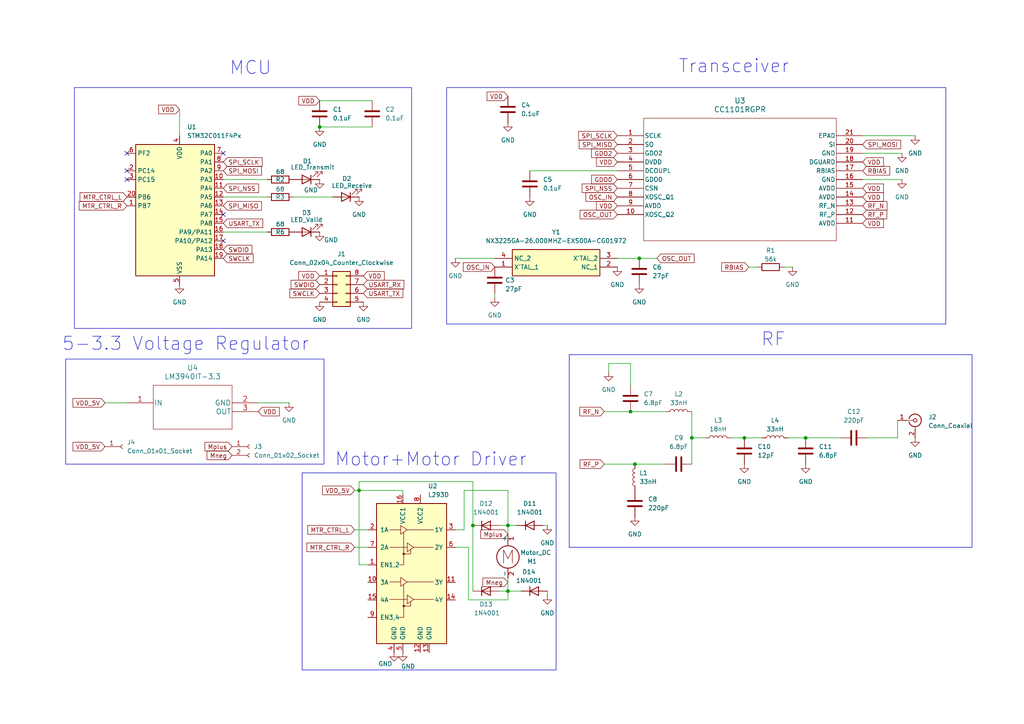
<source format=kicad_sch>
(kicad_sch (version 20231120) (generator "eeschema") (generator_version "8.0")
  (paper "A4")
  (lib_symbols
    (symbol "CC1101:CC1101RGPR" (pin_names (offset 0.254))
      (property "Reference" "U" (at 35.56 10.16 0))
      (property "Value" "CC1101RGPR" (at 35.56 7.62 0))
      (symbol "CC1101RGPR_0_1"
        (polyline (pts (xy 7.62 -30.48) (xy 63.5 -30.48)) (stroke (width 0.127)))
        (polyline (pts (xy 7.62 5.08) (xy 7.62 -30.48)) (stroke (width 0.127)))
        (polyline (pts (xy 63.5 -30.48) (xy 63.5 5.08)) (stroke (width 0.127)))
        (polyline (pts (xy 63.5 5.08) (xy 7.62 5.08)) (stroke (width 0.127)))
        (pin unspecified line (at 0 0 0) (length 7.62) (name "SCLK") (number "1"))
        (pin bidirectional line (at 0 -22.86 0) (length 7.62) (name "XOSC_Q2") (number "10"))
        (pin power_in line (at 71.12 -25.4 180) (length 7.62) (name "AVDD") (number "11"))
        (pin bidirectional line (at 71.12 -22.86 180) (length 7.62) (name "RF_P") (number "12"))
        (pin bidirectional line (at 71.12 -20.32 180) (length 7.62) (name "RF_N") (number "13"))
        (pin power_in line (at 71.12 -17.78 180) (length 7.62) (name "AVDD") (number "14"))
        (pin power_in line (at 71.12 -15.24 180) (length 7.62) (name "AVDD") (number "15"))
        (pin power_in line (at 71.12 -12.7 180) (length 7.62) (name "GND") (number "16"))
        (pin bidirectional line (at 71.12 -10.16 180) (length 7.62) (name "RBIAS") (number "17"))
        (pin power_in line (at 71.12 -7.62 180) (length 7.62) (name "DGUARD") (number "18"))
        (pin power_in line (at 71.12 -5.08 180) (length 7.62) (name "GND") (number "19"))
        (pin output line (at 0 -2.54 0) (length 7.62) (name "SO") (number "2"))
        (pin input line (at 71.12 -2.54 180) (length 7.62) (name "SI") (number "20"))
        (pin power_in line (at 71.12 0 180) (length 7.62) (name "EPAD") (number "21"))
        (pin output line (at 0 -5.08 0) (length 7.62) (name "GDO2") (number "3"))
        (pin power_in line (at 0 -7.62 0) (length 7.62) (name "DVDD") (number "4"))
        (pin power_in line (at 0 -10.16 0) (length 7.62) (name "DCOUPL") (number "5"))
        (pin bidirectional line (at 0 -12.7 0) (length 7.62) (name "GDO0") (number "6"))
        (pin input line (at 0 -15.24 0) (length 7.62) (name "CSN") (number "7"))
        (pin bidirectional line (at 0 -17.78 0) (length 7.62) (name "XOSC_Q1") (number "8"))
        (pin power_in line (at 0 -20.32 0) (length 7.62) (name "AVDD") (number "9"))
      )
    )
    (symbol "Connector:Conn_01x01_Socket" (pin_names (offset 1.016) hide)
      (property "Reference" "J" (at 0 2.54 0))
      (property "Value" "Conn_01x01_Socket" (at 0 -2.54 0))
      (symbol "Conn_01x01_Socket_1_1"
        (polyline (pts (xy -1.27 0) (xy -0.508 0)) (stroke (width 0.1524)))
        (arc (start 0 0.508) (mid -0.5058 0) (end 0 -0.508) (stroke (width 0.1524)))
        (pin passive line (at -5.08 0 0) (length 3.81) (name "Pin_1") (number "1"))
      )
    )
    (symbol "Connector:Conn_01x02_Socket" (pin_names (offset 1.016) hide)
      (property "Reference" "J" (at 0 2.54 0))
      (property "Value" "Conn_01x02_Socket" (at 0 -5.08 0))
      (symbol "Conn_01x02_Socket_1_1"
        (arc (start 0 -2.032) (mid -0.5058 -2.54) (end 0 -3.048) (stroke (width 0.1524)))
        (polyline (pts (xy -1.27 -2.54) (xy -0.508 -2.54)) (stroke (width 0.1524)))
        (polyline (pts (xy -1.27 0) (xy -0.508 0)) (stroke (width 0.1524)))
        (arc (start 0 0.508) (mid -0.5058 0) (end 0 -0.508) (stroke (width 0.1524)))
        (pin passive line (at -5.08 0 0) (length 3.81) (name "Pin_1") (number "1"))
        (pin passive line (at -5.08 -2.54 0) (length 3.81) (name "Pin_2") (number "2"))
      )
    )
    (symbol "Connector:Conn_Coaxial" (pin_names (offset 1.016) hide)
      (property "Reference" "J" (at 0.254 3.048 0))
      (property "Value" "Conn_Coaxial" (at 2.921 0 90))
      (symbol "Conn_Coaxial_0_1"
        (arc (start -1.778 -0.508) (mid 0.2311 -1.8066) (end 1.778 0) (stroke (width 0.254)))
        (polyline (pts (xy -2.54 0) (xy -0.508 0)))
        (polyline (pts (xy 0 -2.54) (xy 0 -1.778)))
        (circle (center 0 0) (radius 0.508) (stroke (width 0.2032)))
        (arc (start 1.778 0) (mid 0.2099 1.8101) (end -1.778 0.508) (stroke (width 0.254)))
      )
      (symbol "Conn_Coaxial_1_1"
        (pin passive line (at -5.08 0 0) (length 2.54) (name "In") (number "1"))
        (pin passive line (at 0 -5.08 90) (length 2.54) (name "Ext") (number "2"))
      )
    )
    (symbol "Connector_Generic:Conn_02x04_Counter_Clockwise" (pin_names (offset 1.016) hide)
      (property "Reference" "J" (at 1.27 5.08 0))
      (property "Value" "Conn_02x04_Counter_Clockwise" (at 1.27 -7.62 0))
      (symbol "Conn_02x04_Counter_Clockwise_1_1"
        (rectangle (start -1.27 -4.953) (end 0 -5.207) (stroke (width 0.1524)))
        (rectangle (start -1.27 -2.413) (end 0 -2.667) (stroke (width 0.1524)))
        (rectangle (start -1.27 0.127) (end 0 -0.127) (stroke (width 0.1524)))
        (rectangle (start -1.27 2.667) (end 0 2.413) (stroke (width 0.1524)))
        (rectangle (start -1.27 3.81) (end 3.81 -6.35) (stroke (width 0.254)) (fill (type background)))
        (rectangle (start 3.81 -4.953) (end 2.54 -5.207) (stroke (width 0.1524)))
        (rectangle (start 3.81 -2.413) (end 2.54 -2.667) (stroke (width 0.1524)))
        (rectangle (start 3.81 0.127) (end 2.54 -0.127) (stroke (width 0.1524)))
        (rectangle (start 3.81 2.667) (end 2.54 2.413) (stroke (width 0.1524)))
        (pin passive line (at -5.08 2.54 0) (length 3.81) (name "Pin_1") (number "1"))
        (pin passive line (at -5.08 0 0) (length 3.81) (name "Pin_2") (number "2"))
        (pin passive line (at -5.08 -2.54 0) (length 3.81) (name "Pin_3") (number "3"))
        (pin passive line (at -5.08 -5.08 0) (length 3.81) (name "Pin_4") (number "4"))
        (pin passive line (at 7.62 -5.08 180) (length 3.81) (name "Pin_5") (number "5"))
        (pin passive line (at 7.62 -2.54 180) (length 3.81) (name "Pin_6") (number "6"))
        (pin passive line (at 7.62 0 180) (length 3.81) (name "Pin_7") (number "7"))
        (pin passive line (at 7.62 2.54 180) (length 3.81) (name "Pin_8") (number "8"))
      )
    )
    (symbol "Device:C" (pin_numbers hide) (pin_names (offset 0.254))
      (property "Reference" "C" (at 0.635 2.54 0))
      (property "Value" "C" (at 0.635 -2.54 0))
      (symbol "C_0_1"
        (polyline (pts (xy -2.032 -0.762) (xy 2.032 -0.762)) (stroke (width 0.508)))
        (polyline (pts (xy -2.032 0.762) (xy 2.032 0.762)) (stroke (width 0.508)))
      )
      (symbol "C_1_1"
        (pin passive line (at 0 3.81 270) (length 2.794) (name "~") (number "1"))
        (pin passive line (at 0 -3.81 90) (length 2.794) (name "~") (number "2"))
      )
    )
    (symbol "Device:L" (pin_numbers hide) (pin_names (offset 1.016) hide)
      (property "Reference" "L" (at -1.27 0 90))
      (property "Value" "L" (at 1.905 0 90))
      (symbol "L_0_1"
        (arc (start 0 -2.54) (mid 0.6323 -1.905) (end 0 -1.27))
        (arc (start 0 -1.27) (mid 0.6323 -0.635) (end 0 0))
        (arc (start 0 0) (mid 0.6323 0.635) (end 0 1.27))
        (arc (start 0 1.27) (mid 0.6323 1.905) (end 0 2.54))
      )
      (symbol "L_1_1"
        (pin passive line (at 0 3.81 270) (length 1.27) (name "1") (number "1"))
        (pin passive line (at 0 -3.81 90) (length 1.27) (name "2") (number "2"))
      )
    )
    (symbol "Device:LED" (pin_numbers hide) (pin_names (offset 1.016) hide)
      (property "Reference" "D" (at 0 2.54 0))
      (property "Value" "LED" (at 0 -2.54 0))
      (symbol "LED_0_1"
        (polyline (pts (xy -1.27 -1.27) (xy -1.27 1.27)) (stroke (width 0.254)))
        (polyline (pts (xy -1.27 0) (xy 1.27 0)))
        (polyline (pts (xy 1.27 -1.27) (xy 1.27 1.27) (xy -1.27 0) (xy 1.27 -1.27)) (stroke (width 0.254)))
        (polyline (pts (xy -3.048 -0.762) (xy -4.572 -2.286) (xy -3.81 -2.286) (xy -4.572 -2.286) (xy -4.572 -1.524)))
        (polyline (pts (xy -1.778 -0.762) (xy -3.302 -2.286) (xy -2.54 -2.286) (xy -3.302 -2.286) (xy -3.302 -1.524)))
      )
      (symbol "LED_1_1"
        (pin passive line (at -3.81 0 0) (length 2.54) (name "K") (number "1"))
        (pin passive line (at 3.81 0 180) (length 2.54) (name "A") (number "2"))
      )
    )
    (symbol "Device:R" (pin_numbers hide) (pin_names (offset 0))
      (property "Reference" "R" (at 2.032 0 90))
      (property "Value" "R" (at 0 0 90))
      (symbol "R_0_1"
        (rectangle (start -1.016 -2.54) (end 1.016 2.54) (stroke (width 0.254)))
      )
      (symbol "R_1_1"
        (pin passive line (at 0 3.81 270) (length 1.27) (name "~") (number "1"))
        (pin passive line (at 0 -3.81 90) (length 1.27) (name "~") (number "2"))
      )
    )
    (symbol "Diode:1N4001" (pin_numbers hide) (pin_names hide)
      (property "Reference" "D" (at 0 2.54 0))
      (property "Value" "1N4001" (at 0 -2.54 0))
      (symbol "1N4001_0_1"
        (polyline (pts (xy -1.27 1.27) (xy -1.27 -1.27)) (stroke (width 0.254)))
        (polyline (pts (xy 1.27 0) (xy -1.27 0)))
        (polyline (pts (xy 1.27 1.27) (xy 1.27 -1.27) (xy -1.27 0) (xy 1.27 1.27)) (stroke (width 0.254)))
      )
      (symbol "1N4001_1_1"
        (pin passive line (at -3.81 0 0) (length 2.54) (name "K") (number "1"))
        (pin passive line (at 3.81 0 180) (length 2.54) (name "A") (number "2"))
      )
    )
    (symbol "Driver_Motor:L293D" (pin_names (offset 1.016))
      (property "Reference" "U" (at -5.08 26.035 0))
      (property "Value" "L293D" (at -5.08 24.13 0))
      (symbol "L293D_0_1"
        (rectangle (start -10.16 22.86) (end 10.16 -17.78) (stroke (width 0.254)) (fill (type background)))
        (circle (center -2.286 -6.858) (radius 0.254) (fill (type outline)))
        (circle (center -2.286 8.255) (radius 0.254) (fill (type outline)))
        (polyline (pts (xy -6.35 -4.953) (xy -1.27 -4.953)))
        (polyline (pts (xy -6.35 0.127) (xy -3.175 0.127)))
        (polyline (pts (xy -6.35 10.16) (xy -1.27 10.16)))
        (polyline (pts (xy -6.35 15.24) (xy -3.175 15.24)))
        (polyline (pts (xy -1.27 0.127) (xy 6.35 0.127)))
        (polyline (pts (xy -1.27 15.24) (xy 6.35 15.24)))
        (polyline (pts (xy 0.635 -4.953) (xy 6.35 -4.953)))
        (polyline (pts (xy 0.635 10.16) (xy 6.35 10.16)))
        (polyline (pts (xy -2.286 -6.858) (xy -0.254 -6.858) (xy -0.254 -5.588)))
        (polyline (pts (xy -2.286 -0.635) (xy -2.286 -10.16) (xy -3.556 -10.16)))
        (polyline (pts (xy -2.286 8.255) (xy -0.254 8.255) (xy -0.254 9.525)))
        (polyline (pts (xy -2.286 14.478) (xy -2.286 5.08) (xy -3.556 5.08)))
        (polyline (pts (xy -3.175 1.397) (xy -3.175 -1.143) (xy -1.27 0.127) (xy -3.175 1.397)))
        (polyline (pts (xy -3.175 16.51) (xy -3.175 13.97) (xy -1.27 15.24) (xy -3.175 16.51)))
        (polyline (pts (xy -1.27 -3.683) (xy -1.27 -6.223) (xy 0.635 -4.953) (xy -1.27 -3.683)))
        (polyline (pts (xy -1.27 11.43) (xy -1.27 8.89) (xy 0.635 10.16) (xy -1.27 11.43)))
      )
      (symbol "L293D_1_1"
        (pin input line (at -12.7 5.08 0) (length 2.54) (name "EN1,2") (number "1"))
        (pin input line (at -12.7 0 0) (length 2.54) (name "3A") (number "10"))
        (pin output line (at 12.7 0 180) (length 2.54) (name "3Y") (number "11"))
        (pin power_in line (at 2.54 -20.32 90) (length 2.54) (name "GND") (number "12"))
        (pin power_in line (at 5.08 -20.32 90) (length 2.54) (name "GND") (number "13"))
        (pin output line (at 12.7 -5.08 180) (length 2.54) (name "4Y") (number "14"))
        (pin input line (at -12.7 -5.08 0) (length 2.54) (name "4A") (number "15"))
        (pin power_in line (at -2.54 25.4 270) (length 2.54) (name "VCC1") (number "16"))
        (pin input line (at -12.7 15.24 0) (length 2.54) (name "1A") (number "2"))
        (pin output line (at 12.7 15.24 180) (length 2.54) (name "1Y") (number "3"))
        (pin power_in line (at -5.08 -20.32 90) (length 2.54) (name "GND") (number "4"))
        (pin power_in line (at -2.54 -20.32 90) (length 2.54) (name "GND") (number "5"))
        (pin output line (at 12.7 10.16 180) (length 2.54) (name "2Y") (number "6"))
        (pin input line (at -12.7 10.16 0) (length 2.54) (name "2A") (number "7"))
        (pin power_in line (at 2.54 25.4 270) (length 2.54) (name "VCC2") (number "8"))
        (pin input line (at -12.7 -10.16 0) (length 2.54) (name "EN3,4") (number "9"))
      )
    )
    (symbol "LM3940:LM3940IT-3.3" (pin_names (offset 0.254))
      (property "Reference" "U" (at 19.05 10.16 0))
      (property "Value" "LM3940IT-3.3" (at 19.05 7.62 0))
      (symbol "LM3940IT-3.3_1_1"
        (polyline (pts (xy 7.62 -7.62) (xy 30.48 -7.62)) (stroke (width 0.127)))
        (polyline (pts (xy 7.62 5.08) (xy 7.62 -7.62)) (stroke (width 0.127)))
        (polyline (pts (xy 30.48 -7.62) (xy 30.48 5.08)) (stroke (width 0.127)))
        (polyline (pts (xy 30.48 5.08) (xy 7.62 5.08)) (stroke (width 0.127)))
        (pin input line (at 0 0 0) (length 7.62) (name "IN") (number "1"))
        (pin passive line (at 38.1 0 180) (length 7.62) (name "GND") (number "2"))
        (pin output line (at 38.1 -2.54 180) (length 7.62) (name "OUT") (number "3"))
      )
    )
    (symbol "MCU_ST_STM32C0:STM32C011F4Px"
      (property "Reference" "U" (at -10.16 21.59 0))
      (property "Value" "STM32C011F4Px" (at 5.08 21.59 0))
      (symbol "STM32C011F4Px_0_1"
        (rectangle (start -10.16 -17.78) (end 12.7 20.32) (stroke (width 0.254)) (fill (type background)))
      )
      (symbol "STM32C011F4Px_1_1"
        (pin bidirectional line (at -12.7 2.54 0) (length 2.54) (name "PB7") (number "1"))
        (pin bidirectional line (at 15.24 10.16 180) (length 2.54) (name "PA3") (number "10"))
        (pin bidirectional line (at 15.24 7.62 180) (length 2.54) (name "PA4") (number "11"))
        (pin bidirectional line (at 15.24 5.08 180) (length 2.54) (name "PA5") (number "12"))
        (pin bidirectional line (at 15.24 2.54 180) (length 2.54) (name "PA6") (number "13"))
        (pin bidirectional line (at 15.24 0 180) (length 2.54) (name "PA7") (number "14"))
        (pin bidirectional line (at 15.24 -2.54 180) (length 2.54) (name "PA8") (number "15"))
        (pin bidirectional line (at 15.24 -5.08 180) (length 2.54) (name "PA9/PA11") (number "16"))
        (pin bidirectional line (at 15.24 -7.62 180) (length 2.54) (name "PA10/PA12") (number "17"))
        (pin bidirectional line (at 15.24 -10.16 180) (length 2.54) (name "PA13") (number "18"))
        (pin bidirectional line (at 15.24 -12.7 180) (length 2.54) (name "PA14") (number "19"))
        (pin bidirectional line (at -12.7 12.7 0) (length 2.54) (name "PC14") (number "2"))
        (pin bidirectional line (at -12.7 5.08 0) (length 2.54) (name "PB6") (number "20"))
        (pin bidirectional line (at -12.7 10.16 0) (length 2.54) (name "PC15") (number "3"))
        (pin power_in line (at 2.54 22.86 270) (length 2.54) (name "VDD") (number "4"))
        (pin power_in line (at 2.54 -20.32 90) (length 2.54) (name "VSS") (number "5"))
        (pin bidirectional line (at -12.7 17.78 0) (length 2.54) (name "PF2") (number "6"))
        (pin bidirectional line (at 15.24 17.78 180) (length 2.54) (name "PA0") (number "7"))
        (pin bidirectional line (at 15.24 15.24 180) (length 2.54) (name "PA1") (number "8"))
        (pin bidirectional line (at 15.24 12.7 180) (length 2.54) (name "PA2") (number "9"))
      )
    )
    (symbol "Motor:Motor_DC" (pin_names (offset 0))
      (property "Reference" "M" (at 2.54 2.54 0))
      (property "Value" "Motor_DC" (at 2.54 -5.08 0))
      (symbol "Motor_DC_0_0"
        (polyline (pts (xy -1.27 -3.302) (xy -1.27 0.508) (xy 0 -2.032) (xy 1.27 0.508) (xy 1.27 -3.302)))
      )
      (symbol "Motor_DC_0_1"
        (circle (center 0 -1.524) (radius 3.2512) (stroke (width 0.254)))
        (polyline (pts (xy 0 -7.62) (xy 0 -7.112)))
        (polyline (pts (xy 0 -4.7752) (xy 0 -5.1816)))
        (polyline (pts (xy 0 1.7272) (xy 0 2.0828)))
        (polyline (pts (xy 0 2.032) (xy 0 2.54)))
      )
      (symbol "Motor_DC_1_1"
        (pin passive line (at 0 5.08 270) (length 2.54) (name "+") (number "1"))
        (pin passive line (at 0 -7.62 90) (length 2.54) (name "-") (number "2"))
      )
    )
    (symbol "SamacSys_Parts:NX3225GA-26.000MHZ-EXS00A-CG01972"
      (property "Reference" "Y" (at 31.75 7.62 0))
      (property "Value" "NX3225GA-26.000MHZ-EXS00A-CG01972" (at 31.75 5.08 0))
      (symbol "NX3225GA-26.000MHZ-EXS00A-CG01972_1_1"
        (rectangle (start 5.08 2.54) (end 30.48 -5.08) (stroke (width 0.254)) (fill (type background)))
        (pin passive line (at 0 -2.54 0) (length 5.08) (name "X'TAL_1") (number "1"))
        (pin passive line (at 35.56 -2.54 180) (length 5.08) (name "NC_1") (number "2"))
        (pin passive line (at 35.56 0 180) (length 5.08) (name "X'TAL_2") (number "3"))
        (pin passive line (at 0 0 0) (length 5.08) (name "NC_2") (number "4"))
      )
    )
    (symbol "power:GND" (power) (pin_numbers hide) (pin_names (offset 0) hide)
      (property "Value" "GND" (at 0 -3.81 0))
      (symbol "GND_0_1"
        (polyline (pts (xy 0 0) (xy 0 -1.27) (xy 1.27 -1.27) (xy 0 -2.54) (xy -1.27 -1.27) (xy 0 -1.27)))
      )
      (symbol "GND_1_1"
        (pin power_in line (at 0 0 270) (length 0) (name "~") (number "1"))
      )
    )
  )
  (junction (at 104.14 142.24))
  (junction (at 137.16 152.4))
  (junction (at 200.66 127))
  (junction (at 184.15 134.62))
  (junction (at 147.32 152.4))
  (junction (at 215.9 127))
  (junction (at 92.71 36.83))
  (junction (at 147.32 171.45))
  (junction (at 185.42 74.93))
  (junction (at 233.68 127))
  (junction (at 182.88 119.38))
  (no_connect (at 64.77 62.23))
  (no_connect (at 64.77 44.45))
  (no_connect (at 36.83 44.45))
  (no_connect (at -63.5 196.85))
  (no_connect (at 36.83 52.07))
  (no_connect (at 36.83 49.53))
  (no_connect (at 64.77 69.85))
  (wire (pts (xy 104.14 163.83) (xy 106.68 163.83)))
  (wire (pts (xy 179.07 74.93) (xy 185.42 74.93)))
  (wire (pts (xy 227.33 77.47) (xy 229.87 77.47)))
  (wire (pts (xy 176.53 105.41) (xy 176.53 107.95)))
  (wire (pts (xy 137.16 152.4) (xy 137.16 171.45)))
  (wire (pts (xy 144.78 171.45) (xy 147.32 171.45)))
  (wire (pts (xy 64.77 57.15) (xy 77.47 57.15)))
  (wire (pts (xy 102.87 142.24) (xy 104.14 142.24)))
  (wire (pts (xy 144.78 152.4) (xy 147.32 152.4)))
  (wire (pts (xy 135.89 158.75) (xy 132.08 158.75)))
  (wire (pts (xy 143.51 85.09) (xy 143.51 86.36)))
  (wire (pts (xy 64.77 67.31) (xy 77.47 67.31)))
  (wire (pts (xy 215.9 127) (xy 220.98 127)))
  (wire (pts (xy 200.66 127) (xy 200.66 134.62)))
  (wire (pts (xy 175.26 134.62) (xy 184.15 134.62)))
  (wire (pts (xy 182.88 119.38) (xy 193.04 119.38)))
  (wire (pts (xy 147.32 167.64) (xy 147.32 171.45)))
  (wire (pts (xy 147.32 142.24) (xy 147.32 152.4)))
  (wire (pts (xy 175.26 119.38) (xy 182.88 119.38)))
  (wire (pts (xy 102.87 153.67) (xy 106.68 153.67)))
  (wire (pts (xy 250.19 44.45) (xy 261.62 44.45)))
  (wire (pts (xy 85.09 57.15) (xy 96.52 57.15)))
  (wire (pts (xy 200.66 127) (xy 204.47 127)))
  (wire (pts (xy 104.14 142.24) (xy 104.14 163.83)))
  (wire (pts (xy 52.07 31.75) (xy 52.07 39.37)))
  (wire (pts (xy 104.14 139.7) (xy 104.14 142.24)))
  (wire (pts (xy 184.15 134.62) (xy 193.04 134.62)))
  (wire (pts (xy 137.16 139.7) (xy 104.14 139.7)))
  (wire (pts (xy 212.09 127) (xy 215.9 127)))
  (wire (pts (xy 102.87 158.75) (xy 106.68 158.75)))
  (wire (pts (xy 147.32 171.45) (xy 151.13 171.45)))
  (wire (pts (xy 135.89 173.99) (xy 147.32 173.99)))
  (wire (pts (xy 64.77 52.07) (xy 77.47 52.07)))
  (wire (pts (xy 250.19 39.37) (xy 265.43 39.37)))
  (wire (pts (xy 147.32 152.4) (xy 147.32 154.94)))
  (wire (pts (xy 116.84 143.51) (xy 116.84 142.24)))
  (wire (pts (xy 74.93 116.84) (xy 83.82 116.84)))
  (wire (pts (xy 92.71 36.83) (xy 107.95 36.83)))
  (wire (pts (xy 228.6 127) (xy 233.68 127)))
  (wire (pts (xy 134.62 142.24) (xy 147.32 142.24)))
  (wire (pts (xy 137.16 139.7) (xy 137.16 152.4)))
  (wire (pts (xy 251.46 127) (xy 260.35 127)))
  (wire (pts (xy 132.08 153.67) (xy 134.62 153.67)))
  (wire (pts (xy 182.88 105.41) (xy 182.88 111.76)))
  (wire (pts (xy 116.84 142.24) (xy 104.14 142.24)))
  (wire (pts (xy 132.08 74.93) (xy 143.51 74.93)))
  (wire (pts (xy 233.68 127) (xy 243.84 127)))
  (wire (pts (xy 30.48 116.84) (xy 36.83 116.84)))
  (wire (pts (xy 153.67 49.53) (xy 179.07 49.53)))
  (wire (pts (xy 219.71 77.47) (xy 217.17 77.47)))
  (wire (pts (xy 157.48 152.4) (xy 158.75 152.4)))
  (wire (pts (xy 158.75 171.45) (xy 158.75 172.72)))
  (wire (pts (xy 185.42 74.93) (xy 190.5 74.93)))
  (wire (pts (xy 250.19 52.07) (xy 261.62 52.07)))
  (wire (pts (xy 176.53 105.41) (xy 182.88 105.41)))
  (wire (pts (xy 149.86 152.4) (xy 147.32 152.4)))
  (wire (pts (xy 260.35 127) (xy 260.35 121.92)))
  (wire (pts (xy 200.66 119.38) (xy 200.66 127)))
  (wire (pts (xy 147.32 171.45) (xy 147.32 173.99)))
  (wire (pts (xy 135.89 158.75) (xy 135.89 173.99)))
  (wire (pts (xy 92.71 29.21) (xy 107.95 29.21)))
  (wire (pts (xy 134.62 153.67) (xy 134.62 142.24)))
  (rectangle (start 87.63 137.16) (end 161.29 194.31))
  (rectangle (start 21.59 25.4) (end 119.38 95.25))
  (rectangle (start 165.1 102.87) (end 281.94 158.75))
  (rectangle (start 129.54 25.4) (end 274.32 93.98))
  (rectangle (start 19.05 104.14) (end 93.98 134.62))
  (text "Transceiver" (at 212.852 19.304 0) (effects (font (size 3.81 3.81))))
  (text "MCU\n" (at 72.644 19.812 0) (effects (font (size 3.81 3.81))))
  (text "RF" (at 224.282 98.552 0) (effects (font (size 3.81 3.81))))
  (text "Motor+Motor Driver" (at 124.968 133.35 0) (effects (font (size 3.81 3.81))))
  (text "5-3.3 Voltage Regulator" (at 53.848 99.822 0) (effects (font (size 3.81 3.81))))
  (global_label "VDD_5V" (shape input) (at 30.48 116.84 180) (property "Intersheetrefs" "${INTERSHEET_REFS}" (effects (hide yes))))
  (global_label "SWDIO" (shape input) (at 92.71 82.55 180) (property "Intersheetrefs" "${INTERSHEET_REFS}" (effects (hide yes))))
  (global_label "SWCLK" (shape input) (at 64.77 74.93 0) (property "Intersheetrefs" "${INTERSHEET_REFS}" (effects (hide yes))))
  (global_label "USART_TX" (shape input) (at 64.77 64.77 0) (property "Intersheetrefs" "${INTERSHEET_REFS}" (effects (hide yes))))
  (global_label "VDD_5V" (shape input) (at 102.87 142.24 180) (property "Intersheetrefs" "${INTERSHEET_REFS}" (effects (hide yes))))
  (global_label "VDD" (shape input) (at 92.71 29.21 180) (property "Intersheetrefs" "${INTERSHEET_REFS}" (effects (hide yes))))
  (global_label "SPI_SCLK" (shape input) (at 179.07 39.37 180) (property "Intersheetrefs" "${INTERSHEET_REFS}" (effects (hide yes))))
  (global_label "SWCLK" (shape input) (at 92.71 85.09 180) (property "Intersheetrefs" "${INTERSHEET_REFS}" (effects (hide yes))))
  (global_label "VDD" (shape input) (at 250.19 46.99 0) (property "Intersheetrefs" "${INTERSHEET_REFS}" (effects (hide yes))))
  (global_label "Mplus" (shape input) (at 147.32 154.94 180) (property "Intersheetrefs" "${INTERSHEET_REFS}" (effects (hide yes))))
  (global_label "Mplus" (shape input) (at 67.31 129.54 180) (property "Intersheetrefs" "${INTERSHEET_REFS}" (effects (hide yes))))
  (global_label "RF_P" (shape input) (at 250.19 62.23 0) (property "Intersheetrefs" "${INTERSHEET_REFS}" (effects (hide yes))))
  (global_label "VDD" (shape input) (at 250.19 64.77 0) (property "Intersheetrefs" "${INTERSHEET_REFS}" (effects (hide yes))))
  (global_label "GDO2" (shape input) (at 179.07 44.45 180) (property "Intersheetrefs" "${INTERSHEET_REFS}" (effects (hide yes))))
  (global_label "SWDIO" (shape input) (at 64.77 72.39 0) (property "Intersheetrefs" "${INTERSHEET_REFS}" (effects (hide yes))))
  (global_label "MTR_CTRL_R" (shape input) (at 36.83 59.69 180) (property "Intersheetrefs" "${INTERSHEET_REFS}" (effects (hide yes))))
  (global_label "VDD" (shape input) (at 92.71 80.01 180) (property "Intersheetrefs" "${INTERSHEET_REFS}" (effects (hide yes))))
  (global_label "SPI_MISO" (shape input) (at 64.77 59.69 0) (property "Intersheetrefs" "${INTERSHEET_REFS}" (effects (hide yes))))
  (global_label "OSC_OUT" (shape input) (at 190.5 74.93 0) (property "Intersheetrefs" "${INTERSHEET_REFS}" (effects (hide yes))))
  (global_label "GDO0" (shape input) (at 179.07 52.07 180) (property "Intersheetrefs" "${INTERSHEET_REFS}" (effects (hide yes))))
  (global_label "SPI_MISO" (shape input) (at 179.07 41.91 180) (property "Intersheetrefs" "${INTERSHEET_REFS}" (effects (hide yes))))
  (global_label "VDD_5V" (shape input) (at 30.48 129.54 180) (property "Intersheetrefs" "${INTERSHEET_REFS}" (effects (hide yes))))
  (global_label "Mneg" (shape input) (at 67.31 132.08 180) (property "Intersheetrefs" "${INTERSHEET_REFS}" (effects (hide yes))))
  (global_label "RBIAS" (shape input) (at 217.17 77.47 180) (property "Intersheetrefs" "${INTERSHEET_REFS}" (effects (hide yes))))
  (global_label "MTR_CTRL_L" (shape input) (at 36.83 57.15 180) (property "Intersheetrefs" "${INTERSHEET_REFS}" (effects (hide yes))))
  (global_label "OSC_OUT" (shape input) (at 179.07 62.23 180) (property "Intersheetrefs" "${INTERSHEET_REFS}" (effects (hide yes))))
  (global_label "OSC_IN" (shape input) (at 143.51 77.47 180) (property "Intersheetrefs" "${INTERSHEET_REFS}" (effects (hide yes))))
  (global_label "Mneg" (shape input) (at 147.32 168.91 180) (property "Intersheetrefs" "${INTERSHEET_REFS}" (effects (hide yes))))
  (global_label "VDD" (shape input) (at 52.07 31.75 180) (property "Intersheetrefs" "${INTERSHEET_REFS}" (effects (hide yes))))
  (global_label "MTR_CTRL_L" (shape input) (at 102.87 153.67 180) (property "Intersheetrefs" "${INTERSHEET_REFS}" (effects (hide yes))))
  (global_label "OSC_IN" (shape input) (at 179.07 57.15 180) (property "Intersheetrefs" "${INTERSHEET_REFS}" (effects (hide yes))))
  (global_label "VDD" (shape input) (at 105.41 80.01 0) (property "Intersheetrefs" "${INTERSHEET_REFS}" (effects (hide yes))))
  (global_label "RF_P" (shape input) (at 175.26 134.62 180) (property "Intersheetrefs" "${INTERSHEET_REFS}" (effects (hide yes))))
  (global_label "SPI_MOSI" (shape input) (at 250.19 41.91 0) (property "Intersheetrefs" "${INTERSHEET_REFS}" (effects (hide yes))))
  (global_label "MTR_CTRL_R" (shape input) (at 102.87 158.75 180) (property "Intersheetrefs" "${INTERSHEET_REFS}" (effects (hide yes))))
  (global_label "RF_N" (shape input) (at 250.19 59.69 0) (property "Intersheetrefs" "${INTERSHEET_REFS}" (effects (hide yes))))
  (global_label "VDD" (shape input) (at 74.93 119.38 0) (property "Intersheetrefs" "${INTERSHEET_REFS}" (effects (hide yes))))
  (global_label "VDD" (shape input) (at 179.07 59.69 180) (property "Intersheetrefs" "${INTERSHEET_REFS}" (effects (hide yes))))
  (global_label "SPI_NSS" (shape input) (at 179.07 54.61 180) (property "Intersheetrefs" "${INTERSHEET_REFS}" (effects (hide yes))))
  (global_label "VDD" (shape input) (at 250.19 54.61 0) (property "Intersheetrefs" "${INTERSHEET_REFS}" (effects (hide yes))))
  (global_label "VDD" (shape input) (at 179.07 46.99 180) (property "Intersheetrefs" "${INTERSHEET_REFS}" (effects (hide yes))))
  (global_label "VDD" (shape input) (at 250.19 57.15 0) (property "Intersheetrefs" "${INTERSHEET_REFS}" (effects (hide yes))))
  (global_label "USART_TX" (shape input) (at 105.41 85.09 0) (property "Intersheetrefs" "${INTERSHEET_REFS}" (effects (hide yes))))
  (global_label "USART_RX" (shape input) (at 105.41 82.55 0) (property "Intersheetrefs" "${INTERSHEET_REFS}" (effects (hide yes))))
  (global_label "SPI_NSS" (shape input) (at 64.77 54.61 0) (property "Intersheetrefs" "${INTERSHEET_REFS}" (effects (hide yes))))
  (global_label "SPI_SCLK" (shape input) (at 64.77 46.99 0) (property "Intersheetrefs" "${INTERSHEET_REFS}" (effects (hide yes))))
  (global_label "SPI_MOSI" (shape input) (at 64.77 49.53 0) (property "Intersheetrefs" "${INTERSHEET_REFS}" (effects (hide yes))))
  (global_label "RF_N" (shape input) (at 175.26 119.38 180) (property "Intersheetrefs" "${INTERSHEET_REFS}" (effects (hide yes))))
  (global_label "VDD" (shape input) (at 147.32 27.94 180) (property "Intersheetrefs" "${INTERSHEET_REFS}" (effects (hide yes))))
  (global_label "RBIAS" (shape input) (at 250.19 49.53 0) (property "Intersheetrefs" "${INTERSHEET_REFS}" (effects (hide yes))))
  (symbol (lib_id "Device:L") (at 208.28 127 90) (unit 1)
    (property "Reference" "L3" (at 208.28 121.92 90))
    (property "Value" "18nH" (at 208.28 124.46 90))
    (property "Footprint" "Inductor_SMD:L_0805_2012Metric" (effects (hide yes)))
    (property "Description" "Inductor" (effects (hide yes)))
  )
  (symbol (lib_id "power:GND") (at 215.9 134.62 0) (unit 1)
    (property "Reference" "#PWR020" (effects (hide yes)))
    (property "Value" "GND" (at 215.9 139.7 0))
    (property "Description" "Power symbol creates a global label with name \"GND\" , ground" (effects (hide yes)))
  )
  (symbol (lib_id "Device:C") (at 184.15 146.05 180) (unit 1)
    (property "Reference" "C8" (at 187.96 144.7799 0) (effects (justify right)))
    (property "Value" "220pF" (at 187.96 147.3199 0) (effects (justify right)))
    (property "Footprint" "Capacitor_SMD:C_0805_2012Metric" (effects (hide yes)))
    (property "Description" "Unpolarized capacitor" (effects (hide yes)))
  )
  (symbol (lib_id "power:GND") (at 261.62 44.45 0) (unit 1)
    (property "Reference" "#PWR011" (effects (hide yes)))
    (property "Value" "GND" (at 261.62 49.53 0))
    (property "Description" "Power symbol creates a global label with name \"GND\" , ground" (effects (hide yes)))
  )
  (symbol (lib_id "Device:L") (at 196.85 119.38 90) (unit 1)
    (property "Reference" "L2" (at 196.85 114.3 90))
    (property "Value" "33nH" (at 196.85 116.84 90))
    (property "Footprint" "Inductor_SMD:L_0805_2012Metric" (effects (hide yes)))
    (property "Description" "Inductor" (effects (hide yes)))
  )
  (symbol (lib_id "Device:R") (at 81.28 67.31 270) (unit 1)
    (property "Reference" "R6" (at 81.28 67.31 90))
    (property "Value" "68" (at 81.28 65.024 90))
    (property "Footprint" "Resistor_SMD:R_0805_2012Metric" (effects (hide yes)))
    (property "Description" "Resistor" (effects (hide yes)))
  )
  (symbol (lib_id "Diode:1N4001") (at 154.94 171.45 0) (unit 1)
    (property "Reference" "D14" (at 153.416 165.862 0))
    (property "Value" "1N4001" (at 153.416 168.402 0))
    (property "Footprint" "Diode_SMD:D_0805_2012Metric" (effects (hide yes)))
    (property "Datasheet" "http://www.vishay.com/docs/88503/1n4001.pdf" (effects (hide yes)))
    (property "Description" "50V 1A General Purpose Rectifier Diode, DO-41" (effects (hide yes)))
    (property "Sim.Device" "D" (effects (hide yes)))
    (property "Sim.Pins" "1=K 2=A" (effects (hide yes)))
  )
  (symbol (lib_id "Device:C") (at 107.95 33.02 0) (unit 1)
    (property "Reference" "C2" (at 111.76 31.7499 0) (effects (justify left)))
    (property "Value" "0.1uF" (at 111.76 34.2899 0) (effects (justify left)))
    (property "Footprint" "Capacitor_SMD:C_0805_2012Metric" (effects (hide yes)))
    (property "Description" "Unpolarized capacitor" (effects (hide yes)))
  )
  (symbol (lib_id "Diode:1N4001") (at 140.97 152.4 0) (unit 1)
    (property "Reference" "D12" (at 140.97 146.05 0))
    (property "Value" "1N4001" (at 140.97 148.59 0))
    (property "Footprint" "Diode_SMD:D_0805_2012Metric" (effects (hide yes)))
    (property "Datasheet" "http://www.vishay.com/docs/88503/1n4001.pdf" (effects (hide yes)))
    (property "Description" "50V 1A General Purpose Rectifier Diode, DO-41" (effects (hide yes)))
    (property "Sim.Device" "D" (effects (hide yes)))
    (property "Sim.Pins" "1=K 2=A" (effects (hide yes)))
  )
  (symbol (lib_id "Device:C") (at 153.67 53.34 0) (unit 1)
    (property "Reference" "C5" (at 157.48 52.0699 0) (effects (justify left)))
    (property "Value" "0.1uF" (at 157.48 54.6099 0) (effects (justify left)))
    (property "Footprint" "Capacitor_SMD:C_0805_2012Metric" (effects (hide yes)))
    (property "Description" "Unpolarized capacitor" (effects (hide yes)))
  )
  (symbol (lib_id "Device:C") (at 247.65 127 90) (unit 1)
    (property "Reference" "C12" (at 247.65 119.38 90))
    (property "Value" "220pF" (at 247.65 121.92 90))
    (property "Footprint" "Capacitor_SMD:C_0805_2012Metric" (effects (hide yes)))
    (property "Description" "Unpolarized capacitor" (effects (hide yes)))
  )
  (symbol (lib_id "power:GND") (at 185.42 82.55 0) (unit 1)
    (property "Reference" "#PWR09" (effects (hide yes)))
    (property "Value" "GND" (at 185.42 87.63 0))
    (property "Description" "Power symbol creates a global label with name \"GND\" , ground" (effects (hide yes)))
  )
  (symbol (lib_id "Device:C") (at 185.42 78.74 0) (unit 1)
    (property "Reference" "C6" (at 189.23 77.4699 0) (effects (justify left)))
    (property "Value" "27pF" (at 189.23 80.0099 0) (effects (justify left)))
    (property "Footprint" "Capacitor_SMD:C_0805_2012Metric" (effects (hide yes)))
    (property "Description" "Unpolarized capacitor" (effects (hide yes)))
  )
  (symbol (lib_id "Driver_Motor:L293D") (at 119.38 168.91 0) (unit 1)
    (property "Reference" "U2" (at 124.1141 140.97 0) (effects (justify left)))
    (property "Value" "L293D" (at 124.1141 143.51 0) (effects (justify left)))
    (property "Footprint" "Package_DIP:DIP-16_W7.62mm" (effects (hide yes)))
    (property "Datasheet" "http://www.ti.com/lit/ds/symlink/l293.pdf" (effects (hide yes)))
    (property "Description" "Quadruple Half-H Drivers" (effects (hide yes)))
  )
  (symbol (lib_id "power:GND") (at 147.32 35.56 0) (unit 1)
    (property "Reference" "#PWR06" (effects (hide yes)))
    (property "Value" "GND" (at 147.32 40.64 0))
    (property "Description" "Power symbol creates a global label with name \"GND\" , ground" (effects (hide yes)))
  )
  (symbol (lib_id "CC1101:CC1101RGPR") (at 179.07 39.37 0) (unit 1)
    (property "Reference" "U3" (at 214.63 29.21 0) (effects (font (size 1.524 1.524))))
    (property "Value" "CC1101RGPR" (at 214.63 31.75 0) (effects (font (size 1.524 1.524))))
    (property "Footprint" "newparts:RGP20_2P4X2P4" (effects (hide yes)))
    (property "Datasheet" "CC1101RGPR" (effects (hide yes)))
  )
  (symbol (lib_id "Connector:Conn_Coaxial") (at 265.43 121.92 0) (unit 1)
    (property "Reference" "J2" (at 269.24 120.9431 0) (effects (justify left)))
    (property "Value" "Conn_Coaxial" (at 269.24 123.4831 0) (effects (justify left)))
    (property "Footprint" "Connector_Coaxial:SMA_Amphenol_901-143_Horizontal" (effects (hide yes)))
    (property "Description" "coaxial connector (BNC, SMA, SMB, SMC, Cinch/RCA, LEMO, ...)" (effects (hide yes)))
  )
  (symbol (lib_id "power:GND") (at 116.84 189.23 0) (unit 1)
    (property "Reference" "#PWR023" (effects (hide yes)))
    (property "Value" "GND" (at 118.364 193.294 0))
    (property "Description" "Power symbol creates a global label with name \"GND\" , ground" (effects (hide yes)))
  )
  (symbol (lib_id "power:GND") (at 261.62 52.07 0) (unit 1)
    (property "Reference" "#PWR012" (effects (hide yes)))
    (property "Value" "GND" (at 261.62 57.15 0))
    (property "Description" "Power symbol creates a global label with name \"GND\" , ground" (effects (hide yes)))
  )
  (symbol (lib_id "power:GND") (at 179.07 77.47 0) (unit 1)
    (property "Reference" "#PWR08" (effects (hide yes)))
    (property "Value" "GND" (at 179.07 82.55 0))
    (property "Description" "Power symbol creates a global label with name \"GND\" , ground" (effects (hide yes)))
  )
  (symbol (lib_id "Device:LED") (at 88.9 52.07 180) (unit 1)
    (property "Reference" "D1" (at 89.154 46.736 0))
    (property "Value" "LED_Transmit" (at 90.678 48.514 0))
    (property "Footprint" "LED_SMD:LED_0805_2012Metric" (effects (hide yes)))
    (property "Description" "Light emitting diode" (effects (hide yes)))
  )
  (symbol (lib_id "Device:C") (at 182.88 115.57 180) (unit 1)
    (property "Reference" "C7" (at 186.69 114.2999 0) (effects (justify right)))
    (property "Value" "6.8pF" (at 186.69 116.8399 0) (effects (justify right)))
    (property "Footprint" "Capacitor_SMD:C_0805_2012Metric" (effects (hide yes)))
    (property "Description" "Unpolarized capacitor" (effects (hide yes)))
  )
  (symbol (lib_id "Device:R") (at 81.28 52.07 270) (unit 1)
    (property "Reference" "R2" (at 81.28 52.07 90))
    (property "Value" "68" (at 81.28 49.784 90))
    (property "Footprint" "Resistor_SMD:R_0805_2012Metric" (effects (hide yes)))
    (property "Description" "Resistor" (effects (hide yes)))
  )
  (symbol (lib_id "power:GND") (at 92.71 52.07 0) (unit 1)
    (property "Reference" "#PWR015" (effects (hide yes)))
    (property "Value" "GND" (at 90.17 55.118 0))
    (property "Description" "Power symbol creates a global label with name \"GND\" , ground" (effects (hide yes)))
  )
  (symbol (lib_id "Connector_Generic:Conn_02x04_Counter_Clockwise") (at 97.79 82.55 0) (unit 1)
    (property "Reference" "J1" (at 99.06 73.66 0))
    (property "Value" "Conn_02x04_Counter_Clockwise" (at 99.06 76.2 0))
    (property "Footprint" "Connector_PinSocket_2.54mm:PinSocket_2x04_P2.54mm_Vertical" (effects (hide yes)))
    (property "Description" "Generic connector, double row, 02x04, counter clockwise pin numbering scheme (similar to DIP package numbering), script generated (kicad-library-utils/schlib/autogen/connector/)" (effects (hide yes)))
  )
  (symbol (lib_id "Device:L") (at 184.15 138.43 180) (unit 1)
    (property "Reference" "L1" (at 185.42 137.1599 0) (effects (justify right)))
    (property "Value" "33nH" (at 185.42 139.6999 0) (effects (justify right)))
    (property "Footprint" "Inductor_SMD:L_0805_2012Metric" (effects (hide yes)))
    (property "Description" "Inductor" (effects (hide yes)))
  )
  (symbol (lib_id "power:GND") (at 184.15 149.86 0) (unit 1)
    (property "Reference" "#PWR019" (effects (hide yes)))
    (property "Value" "GND" (at 184.15 154.94 0))
    (property "Description" "Power symbol creates a global label with name \"GND\" , ground" (effects (hide yes)))
  )
  (symbol (lib_id "power:GND") (at 92.71 87.63 0) (unit 1)
    (property "Reference" "#PWR03" (effects (hide yes)))
    (property "Value" "GND" (at 92.71 92.71 0))
    (property "Description" "Power symbol creates a global label with name \"GND\" , ground" (effects (hide yes)))
  )
  (symbol (lib_id "Device:C") (at 147.32 31.75 0) (unit 1)
    (property "Reference" "C4" (at 151.13 30.4799 0) (effects (justify left)))
    (property "Value" "0.1uF" (at 151.13 33.0199 0) (effects (justify left)))
    (property "Footprint" "Capacitor_SMD:C_0805_2012Metric" (effects (hide yes)))
    (property "Description" "Unpolarized capacitor" (effects (hide yes)))
  )
  (symbol (lib_id "Device:C") (at 233.68 130.81 180) (unit 1)
    (property "Reference" "C11" (at 237.49 129.5399 0) (effects (justify right)))
    (property "Value" "6.8pF" (at 237.49 132.0799 0) (effects (justify right)))
    (property "Footprint" "Capacitor_SMD:C_0805_2012Metric" (effects (hide yes)))
    (property "Description" "Unpolarized capacitor" (effects (hide yes)))
  )
  (symbol (lib_id "Device:C") (at 92.71 33.02 0) (unit 1)
    (property "Reference" "C1" (at 96.52 31.7499 0) (effects (justify left)))
    (property "Value" "0.1uF" (at 96.52 34.2899 0) (effects (justify left)))
    (property "Footprint" "Capacitor_SMD:C_0805_2012Metric" (effects (hide yes)))
    (property "Description" "Unpolarized capacitor" (effects (hide yes)))
  )
  (symbol (lib_id "Device:C") (at 143.51 81.28 0) (unit 1)
    (property "Reference" "C3" (at 146.558 81.28 0) (effects (justify left)))
    (property "Value" "27pF" (at 146.558 83.82 0) (effects (justify left)))
    (property "Footprint" "Capacitor_SMD:C_0805_2012Metric" (effects (hide yes)))
    (property "Description" "Unpolarized capacitor" (effects (hide yes)))
  )
  (symbol (lib_id "power:GND") (at 104.14 57.15 0) (unit 1)
    (property "Reference" "#PWR016" (effects (hide yes)))
    (property "Value" "GND" (at 104.14 62.23 0))
    (property "Description" "Power symbol creates a global label with name \"GND\" , ground" (effects (hide yes)))
  )
  (symbol (lib_id "power:GND") (at 265.43 127 0) (unit 1)
    (property "Reference" "#PWR027" (effects (hide yes)))
    (property "Value" "GND" (at 265.43 132.08 0))
    (property "Description" "Power symbol creates a global label with name \"GND\" , ground" (effects (hide yes)))
  )
  (symbol (lib_id "Device:LED") (at 88.9 67.31 180) (unit 1)
    (property "Reference" "D3" (at 88.9 61.722 0))
    (property "Value" "LED_Valid" (at 88.9 63.754 0))
    (property "Footprint" "LED_SMD:LED_0805_2012Metric" (effects (hide yes)))
    (property "Description" "Light emitting diode" (effects (hide yes)))
  )
  (symbol (lib_id "power:GND") (at 153.67 57.15 0) (unit 1)
    (property "Reference" "#PWR07" (effects (hide yes)))
    (property "Value" "GND" (at 153.67 62.23 0))
    (property "Description" "Power symbol creates a global label with name \"GND\" , ground" (effects (hide yes)))
  )
  (symbol (lib_id "Connector:Conn_01x02_Socket") (at 72.39 129.54 0) (unit 1)
    (property "Reference" "J3" (at 73.66 129.5399 0) (effects (justify left)))
    (property "Value" "Conn_01x02_Socket" (at 73.66 132.0799 0) (effects (justify left)))
    (property "Footprint" "Connector_PinSocket_2.54mm:PinSocket_1x02_P2.54mm_Vertical" (effects (hide yes)))
    (property "Description" "Generic connector, single row, 01x02, script generated" (effects (hide yes)))
  )
  (symbol (lib_id "power:GND") (at 105.41 87.63 0) (unit 1)
    (property "Reference" "#PWR014" (effects (hide yes)))
    (property "Value" "GND" (at 105.41 92.71 0))
    (property "Description" "Power symbol creates a global label with name \"GND\" , ground" (effects (hide yes)))
  )
  (symbol (lib_id "LM3940:LM3940IT-3.3") (at 36.83 116.84 0) (unit 1)
    (property "Reference" "U4" (at 55.88 106.68 0) (effects (font (size 1.524 1.524))))
    (property "Value" "LM3940IT-3.3" (at 55.88 109.22 0) (effects (font (size 1.524 1.524))))
    (property "Footprint" "newparts:LM3940IT-3.3" (effects (hide yes)))
  )
  (symbol (lib_id "SamacSys_Parts:NX3225GA-26.000MHZ-EXS00A-CG01972") (at 143.51 74.93 0) (unit 1)
    (property "Reference" "Y1" (at 161.29 67.31 0))
    (property "Value" "NX3225GA-26.000MHZ-EXS00A-CG01972" (at 161.29 69.85 0))
    (property "Footprint" "newparts:NX3225GA16000MSTDCRG1" (effects (hide yes)))
    (property "Datasheet" "https://media.digikey.com/pdf/Data%20Sheets/NDK%20PDFs/NX3225GA.pdf" (effects (hide yes)))
    (property "Description" "Crystals CRYSTAL 26MHZ 10PF SMD" (effects (hide yes)))
    (property "Height" "0.9" (effects (hide yes)))
    (property "Mouser Part Number" "344-NX3225GA26MHZEXS" (effects (hide yes)))
    (property "Mouser Price/Stock" "https://www.mouser.co.uk/ProductDetail/NDK/NX3225GA-26.000MHZ-EXS00A-CG01972?qs=55YtniHzbhDzlu7sK5skMA%3D%3D" (effects (hide yes)))
    (property "Manufacturer_Name" "NDK" (effects (hide yes)))
    (property "Manufacturer_Part_Number" "NX3225GA-26.000MHZ-EXS00A-CG01972" (effects (hide yes)))
  )
  (symbol (lib_id "Device:C") (at 215.9 130.81 180) (unit 1)
    (property "Reference" "C10" (at 219.71 129.5399 0) (effects (justify right)))
    (property "Value" "12pF" (at 219.71 132.0799 0) (effects (justify right)))
    (property "Footprint" "Capacitor_SMD:C_0805_2012Metric" (effects (hide yes)))
    (property "Description" "Unpolarized capacitor" (effects (hide yes)))
  )
  (symbol (lib_id "power:GND") (at 132.08 74.93 0) (unit 1)
    (property "Reference" "#PWR04" (effects (hide yes)))
    (property "Value" "GND" (at 132.08 80.01 0))
    (property "Description" "Power symbol creates a global label with name \"GND\" , ground" (effects (hide yes)))
  )
  (symbol (lib_id "Device:L") (at 224.79 127 90) (unit 1)
    (property "Reference" "L4" (at 224.79 121.92 90))
    (property "Value" "33nH" (at 224.79 124.46 90))
    (property "Footprint" "Inductor_SMD:L_0805_2012Metric" (effects (hide yes)))
    (property "Description" "Inductor" (effects (hide yes)))
  )
  (symbol (lib_id "power:GND") (at 83.82 116.84 0) (unit 1)
    (property "Reference" "#PWR024" (effects (hide yes)))
    (property "Value" "GND" (at 83.82 121.92 0))
    (property "Description" "Power symbol creates a global label with name \"GND\" , ground" (effects (hide yes)))
  )
  (symbol (lib_id "MCU_ST_STM32C0:STM32C011F4Px") (at 49.53 62.23 0) (unit 1)
    (property "Reference" "U1" (at 54.2641 36.83 0) (effects (justify left)))
    (property "Value" "STM32C011F4Px" (at 54.2641 39.37 0) (effects (justify left)))
    (property "Footprint" "Package_SO:TSSOP-20_4.4x6.5mm_P0.65mm" (effects (hide yes)))
    (property "Datasheet" "https://www.st.com/resource/en/datasheet/stm32c011f4.pdf" (effects (hide yes)))
    (property "Description" "STMicroelectronics Arm Cortex-M0+ MCU, 16KB flash, 6KB RAM, 48 MHz, 2.0-3.6V, 18 GPIO, TSSOP20" (effects (hide yes)))
  )
  (symbol (lib_id "power:GND") (at 158.75 152.4 0) (unit 1)
    (property "Reference" "#PWR025" (effects (hide yes)))
    (property "Value" "GND" (at 158.75 157.48 0))
    (property "Description" "Power symbol creates a global label with name \"GND\" , ground" (effects (hide yes)))
  )
  (symbol (lib_id "power:GND") (at 176.53 107.95 0) (unit 1)
    (property "Reference" "#PWR018" (effects (hide yes)))
    (property "Value" "GND" (at 176.53 113.03 0))
    (property "Description" "Power symbol creates a global label with name \"GND\" , ground" (effects (hide yes)))
  )
  (symbol (lib_id "Motor:Motor_DC") (at 147.32 160.02 0) (unit 1)
    (property "Reference" "M1" (at 152.908 162.814 0) (effects (justify left)))
    (property "Value" "Motor_DC" (at 150.876 160.2741 0) (effects (justify left)))
    (property "Description" "DC Motor" (effects (hide yes)))
  )
  (symbol (lib_id "Diode:1N4001") (at 140.97 171.45 0) (unit 1)
    (property "Reference" "D13" (at 140.97 175.26 0))
    (property "Value" "1N4001" (at 141.224 177.8 0))
    (property "Footprint" "Diode_SMD:D_0805_2012Metric" (effects (hide yes)))
    (property "Datasheet" "http://www.vishay.com/docs/88503/1n4001.pdf" (effects (hide yes)))
    (property "Description" "50V 1A General Purpose Rectifier Diode, DO-41" (effects (hide yes)))
    (property "Sim.Device" "D" (effects (hide yes)))
    (property "Sim.Pins" "1=K 2=A" (effects (hide yes)))
  )
  (symbol (lib_id "Device:C") (at 196.85 134.62 270) (unit 1)
    (property "Reference" "C9" (at 196.85 127 90))
    (property "Value" "6.8pF" (at 196.85 129.54 90))
    (property "Footprint" "Capacitor_SMD:C_0805_2012Metric" (effects (hide yes)))
    (property "Description" "Unpolarized capacitor" (effects (hide yes)))
  )
  (symbol (lib_id "Device:R") (at 223.52 77.47 90) (unit 1)
    (property "Reference" "R1" (at 223.52 72.644 90))
    (property "Value" "56k" (at 223.52 75.184 90))
    (property "Footprint" "Capacitor_SMD:C_0805_2012Metric" (effects (hide yes)))
    (property "Description" "Resistor" (effects (hide yes)))
  )
  (symbol (lib_id "Diode:1N4001") (at 153.67 152.4 0) (unit 1)
    (property "Reference" "D11" (at 153.67 146.05 0))
    (property "Value" "1N4001" (at 153.67 148.59 0))
    (property "Footprint" "Diode_SMD:D_0805_2012Metric" (effects (hide yes)))
    (property "Datasheet" "http://www.vishay.com/docs/88503/1n4001.pdf" (effects (hide yes)))
    (property "Description" "50V 1A General Purpose Rectifier Diode, DO-41" (effects (hide yes)))
    (property "Sim.Device" "D" (effects (hide yes)))
    (property "Sim.Pins" "1=K 2=A" (effects (hide yes)))
  )
  (symbol (lib_id "Device:LED") (at 100.33 57.15 180) (unit 1)
    (property "Reference" "D2" (at 100.584 51.816 0))
    (property "Value" "LED_Receive" (at 102.108 53.848 0))
    (property "Footprint" "LED_SMD:LED_0805_2012Metric" (effects (hide yes)))
    (property "Description" "Light emitting diode" (effects (hide yes)))
  )
  (symbol (lib_id "power:GND") (at 233.68 134.62 0) (unit 1)
    (property "Reference" "#PWR021" (effects (hide yes)))
    (property "Value" "GND" (at 233.68 139.7 0))
    (property "Description" "Power symbol creates a global label with name \"GND\" , ground" (effects (hide yes)))
  )
  (symbol (lib_id "Connector:Conn_01x01_Socket") (at 35.56 129.54 0) (unit 1)
    (property "Reference" "J4" (at 36.83 128.2699 0) (effects (justify left)))
    (property "Value" "Conn_01x01_Socket" (at 36.83 130.8099 0) (effects (justify left)))
    (property "Footprint" "Connector_PinSocket_2.54mm:PinSocket_1x01_P2.54mm_Vertical" (effects (hide yes)))
    (property "Description" "Generic connector, single row, 01x01, script generated" (effects (hide yes)))
  )
  (symbol (lib_id "power:GND") (at 158.75 172.72 0) (unit 1)
    (property "Reference" "#PWR026" (effects (hide yes)))
    (property "Value" "GND" (at 158.75 177.8 0))
    (property "Description" "Power symbol creates a global label with name \"GND\" , ground" (effects (hide yes)))
  )
  (symbol (lib_id "power:GND") (at 92.71 36.83 0) (unit 1)
    (property "Reference" "#PWR02" (effects (hide yes)))
    (property "Value" "GND" (at 92.71 41.91 0))
    (property "Description" "Power symbol creates a global label with name \"GND\" , ground" (effects (hide yes)))
  )
  (symbol (lib_id "power:GND") (at 52.07 82.55 0) (unit 1)
    (property "Reference" "#PWR01" (effects (hide yes)))
    (property "Value" "GND" (at 52.07 87.63 0))
    (property "Description" "Power symbol creates a global label with name \"GND\" , ground" (effects (hide yes)))
  )
  (symbol (lib_id "power:GND") (at 143.51 86.36 0) (unit 1)
    (property "Reference" "#PWR05" (effects (hide yes)))
    (property "Value" "GND" (at 143.51 91.44 0))
    (property "Description" "Power symbol creates a global label with name \"GND\" , ground" (effects (hide yes)))
  )
  (symbol (lib_id "power:GND") (at 265.43 39.37 0) (unit 1)
    (property "Reference" "#PWR013" (effects (hide yes)))
    (property "Value" "GND" (at 265.43 44.45 0))
    (property "Description" "Power symbol creates a global label with name \"GND\" , ground" (effects (hide yes)))
  )
  (symbol (lib_id "power:GND") (at 229.87 77.47 0) (unit 1)
    (property "Reference" "#PWR010" (effects (hide yes)))
    (property "Value" "GND" (at 229.87 82.55 0))
    (property "Description" "Power symbol creates a global label with name \"GND\" , ground" (effects (hide yes)))
  )
  (symbol (lib_id "power:GND") (at 92.71 67.31 0) (unit 1)
    (property "Reference" "#PWR017" (effects (hide yes)))
    (property "Value" "GND" (at 96.012 69.596 0))
    (property "Description" "Power symbol creates a global label with name \"GND\" , ground" (effects (hide yes)))
  )
  (symbol (lib_id "Device:R") (at 81.28 57.15 270) (unit 1)
    (property "Reference" "R3" (at 81.28 57.15 90))
    (property "Value" "68" (at 81.28 54.864 90))
    (property "Footprint" "Resistor_SMD:R_0805_2012Metric" (effects (hide yes)))
    (property "Description" "Resistor" (effects (hide yes)))
  )
  (symbol (lib_id "power:GND") (at 114.3 189.23 0) (unit 1)
    (property "Reference" "#PWR022" (effects (hide yes)))
    (property "Value" "GND" (at 111.76 192.532 0))
    (property "Description" "Power symbol creates a global label with name \"GND\" , ground" (effects (hide yes)))
  )
)
</source>
